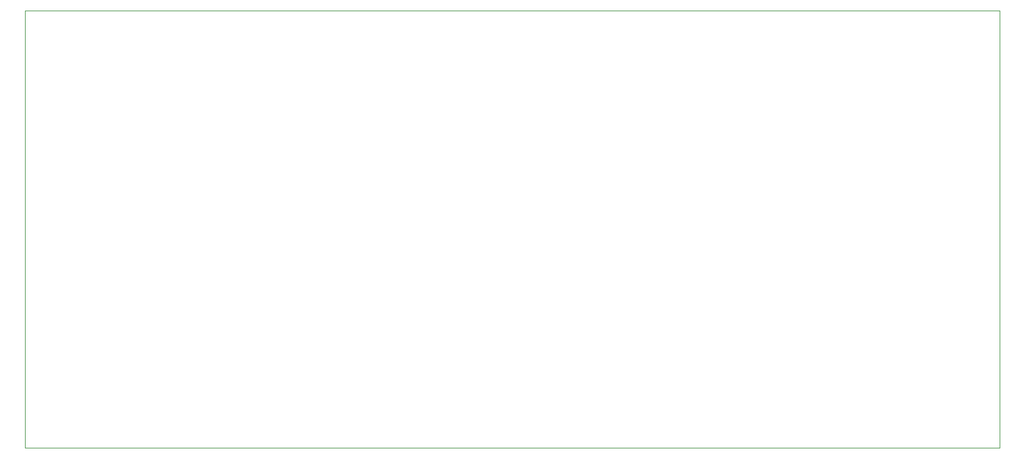
<source format=gbr>
%TF.GenerationSoftware,KiCad,Pcbnew,7.0.9*%
%TF.CreationDate,2024-07-19T10:23:14+02:00*%
%TF.ProjectId,signal_sniffer,7369676e-616c-45f7-936e-69666665722e,rev?*%
%TF.SameCoordinates,Original*%
%TF.FileFunction,Profile,NP*%
%FSLAX46Y46*%
G04 Gerber Fmt 4.6, Leading zero omitted, Abs format (unit mm)*
G04 Created by KiCad (PCBNEW 7.0.9) date 2024-07-19 10:23:14*
%MOMM*%
%LPD*%
G01*
G04 APERTURE LIST*
%TA.AperFunction,Profile*%
%ADD10C,0.100000*%
%TD*%
G04 APERTURE END LIST*
D10*
X82200000Y-42000000D02*
X214300000Y-42000000D01*
X214300000Y-101300000D01*
X82200000Y-101300000D01*
X82200000Y-42000000D01*
M02*

</source>
